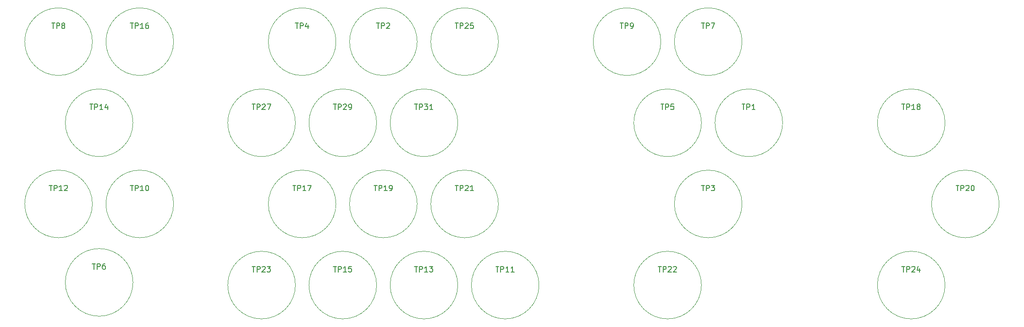
<source format=gbr>
G04 #@! TF.GenerationSoftware,KiCad,Pcbnew,5.1.5+dfsg1-2build2*
G04 #@! TF.CreationDate,2024-05-03T20:30:25+01:00*
G04 #@! TF.ProjectId,touch_kb1,746f7563-685f-46b6-9231-2e6b69636164,rev?*
G04 #@! TF.SameCoordinates,Original*
G04 #@! TF.FileFunction,Legend,Top*
G04 #@! TF.FilePolarity,Positive*
%FSLAX46Y46*%
G04 Gerber Fmt 4.6, Leading zero omitted, Abs format (unit mm)*
G04 Created by KiCad (PCBNEW 5.1.5+dfsg1-2build2) date 2024-05-03 20:30:25*
%MOMM*%
%LPD*%
G04 APERTURE LIST*
%ADD10C,0.120000*%
%ADD11C,0.150000*%
G04 APERTURE END LIST*
D10*
X222650000Y-107700000D02*
G75*
G03X222650000Y-107700000I-6250000J0D01*
G01*
X132650000Y-77700000D02*
G75*
G03X132650000Y-77700000I-6250000J0D01*
G01*
X117650000Y-77700000D02*
G75*
G03X117650000Y-77700000I-6250000J0D01*
G01*
X102650000Y-77700000D02*
G75*
G03X102650000Y-77700000I-6250000J0D01*
G01*
X140150000Y-62700000D02*
G75*
G03X140150000Y-62700000I-6250000J0D01*
G01*
X102650000Y-107700000D02*
G75*
G03X102650000Y-107700000I-6250000J0D01*
G01*
X177650000Y-107700000D02*
G75*
G03X177650000Y-107700000I-6250000J0D01*
G01*
X140150000Y-92700000D02*
G75*
G03X140150000Y-92700000I-6250000J0D01*
G01*
X232650000Y-92700000D02*
G75*
G03X232650000Y-92700000I-6250000J0D01*
G01*
X125150000Y-92700000D02*
G75*
G03X125150000Y-92700000I-6250000J0D01*
G01*
X222650000Y-77700000D02*
G75*
G03X222650000Y-77700000I-6250000J0D01*
G01*
X110150000Y-92700000D02*
G75*
G03X110150000Y-92700000I-6250000J0D01*
G01*
X80150000Y-62700000D02*
G75*
G03X80150000Y-62700000I-6250000J0D01*
G01*
X117650000Y-107700000D02*
G75*
G03X117650000Y-107700000I-6250000J0D01*
G01*
X72650000Y-77700000D02*
G75*
G03X72650000Y-77700000I-6250000J0D01*
G01*
X132650000Y-107700000D02*
G75*
G03X132650000Y-107700000I-6250000J0D01*
G01*
X65150000Y-92700000D02*
G75*
G03X65150000Y-92700000I-6250000J0D01*
G01*
X147650000Y-107700000D02*
G75*
G03X147650000Y-107700000I-6250000J0D01*
G01*
X80150000Y-92700000D02*
G75*
G03X80150000Y-92700000I-6250000J0D01*
G01*
X170150000Y-62700000D02*
G75*
G03X170150000Y-62700000I-6250000J0D01*
G01*
X65150000Y-62700000D02*
G75*
G03X65150000Y-62700000I-6250000J0D01*
G01*
X185150000Y-62700000D02*
G75*
G03X185150000Y-62700000I-6250000J0D01*
G01*
X72650000Y-107200000D02*
G75*
G03X72650000Y-107200000I-6250000J0D01*
G01*
X177650000Y-77700000D02*
G75*
G03X177650000Y-77700000I-6250000J0D01*
G01*
X110150000Y-62700000D02*
G75*
G03X110150000Y-62700000I-6250000J0D01*
G01*
X185150000Y-92700000D02*
G75*
G03X185150000Y-92700000I-6250000J0D01*
G01*
X125150000Y-62700000D02*
G75*
G03X125150000Y-62700000I-6250000J0D01*
G01*
X192650000Y-77700000D02*
G75*
G03X192650000Y-77700000I-6250000J0D01*
G01*
D11*
X214661904Y-104254380D02*
X215233333Y-104254380D01*
X214947619Y-105254380D02*
X214947619Y-104254380D01*
X215566666Y-105254380D02*
X215566666Y-104254380D01*
X215947619Y-104254380D01*
X216042857Y-104302000D01*
X216090476Y-104349619D01*
X216138095Y-104444857D01*
X216138095Y-104587714D01*
X216090476Y-104682952D01*
X216042857Y-104730571D01*
X215947619Y-104778190D01*
X215566666Y-104778190D01*
X216519047Y-104349619D02*
X216566666Y-104302000D01*
X216661904Y-104254380D01*
X216900000Y-104254380D01*
X216995238Y-104302000D01*
X217042857Y-104349619D01*
X217090476Y-104444857D01*
X217090476Y-104540095D01*
X217042857Y-104682952D01*
X216471428Y-105254380D01*
X217090476Y-105254380D01*
X217947619Y-104587714D02*
X217947619Y-105254380D01*
X217709523Y-104206761D02*
X217471428Y-104921047D01*
X218090476Y-104921047D01*
X124661904Y-74254380D02*
X125233333Y-74254380D01*
X124947619Y-75254380D02*
X124947619Y-74254380D01*
X125566666Y-75254380D02*
X125566666Y-74254380D01*
X125947619Y-74254380D01*
X126042857Y-74302000D01*
X126090476Y-74349619D01*
X126138095Y-74444857D01*
X126138095Y-74587714D01*
X126090476Y-74682952D01*
X126042857Y-74730571D01*
X125947619Y-74778190D01*
X125566666Y-74778190D01*
X126471428Y-74254380D02*
X127090476Y-74254380D01*
X126757142Y-74635333D01*
X126900000Y-74635333D01*
X126995238Y-74682952D01*
X127042857Y-74730571D01*
X127090476Y-74825809D01*
X127090476Y-75063904D01*
X127042857Y-75159142D01*
X126995238Y-75206761D01*
X126900000Y-75254380D01*
X126614285Y-75254380D01*
X126519047Y-75206761D01*
X126471428Y-75159142D01*
X128042857Y-75254380D02*
X127471428Y-75254380D01*
X127757142Y-75254380D02*
X127757142Y-74254380D01*
X127661904Y-74397238D01*
X127566666Y-74492476D01*
X127471428Y-74540095D01*
X109661904Y-74254380D02*
X110233333Y-74254380D01*
X109947619Y-75254380D02*
X109947619Y-74254380D01*
X110566666Y-75254380D02*
X110566666Y-74254380D01*
X110947619Y-74254380D01*
X111042857Y-74302000D01*
X111090476Y-74349619D01*
X111138095Y-74444857D01*
X111138095Y-74587714D01*
X111090476Y-74682952D01*
X111042857Y-74730571D01*
X110947619Y-74778190D01*
X110566666Y-74778190D01*
X111519047Y-74349619D02*
X111566666Y-74302000D01*
X111661904Y-74254380D01*
X111900000Y-74254380D01*
X111995238Y-74302000D01*
X112042857Y-74349619D01*
X112090476Y-74444857D01*
X112090476Y-74540095D01*
X112042857Y-74682952D01*
X111471428Y-75254380D01*
X112090476Y-75254380D01*
X112566666Y-75254380D02*
X112757142Y-75254380D01*
X112852380Y-75206761D01*
X112900000Y-75159142D01*
X112995238Y-75016285D01*
X113042857Y-74825809D01*
X113042857Y-74444857D01*
X112995238Y-74349619D01*
X112947619Y-74302000D01*
X112852380Y-74254380D01*
X112661904Y-74254380D01*
X112566666Y-74302000D01*
X112519047Y-74349619D01*
X112471428Y-74444857D01*
X112471428Y-74682952D01*
X112519047Y-74778190D01*
X112566666Y-74825809D01*
X112661904Y-74873428D01*
X112852380Y-74873428D01*
X112947619Y-74825809D01*
X112995238Y-74778190D01*
X113042857Y-74682952D01*
X94661904Y-74254380D02*
X95233333Y-74254380D01*
X94947619Y-75254380D02*
X94947619Y-74254380D01*
X95566666Y-75254380D02*
X95566666Y-74254380D01*
X95947619Y-74254380D01*
X96042857Y-74302000D01*
X96090476Y-74349619D01*
X96138095Y-74444857D01*
X96138095Y-74587714D01*
X96090476Y-74682952D01*
X96042857Y-74730571D01*
X95947619Y-74778190D01*
X95566666Y-74778190D01*
X96519047Y-74349619D02*
X96566666Y-74302000D01*
X96661904Y-74254380D01*
X96900000Y-74254380D01*
X96995238Y-74302000D01*
X97042857Y-74349619D01*
X97090476Y-74444857D01*
X97090476Y-74540095D01*
X97042857Y-74682952D01*
X96471428Y-75254380D01*
X97090476Y-75254380D01*
X97423809Y-74254380D02*
X98090476Y-74254380D01*
X97661904Y-75254380D01*
X132161904Y-59254380D02*
X132733333Y-59254380D01*
X132447619Y-60254380D02*
X132447619Y-59254380D01*
X133066666Y-60254380D02*
X133066666Y-59254380D01*
X133447619Y-59254380D01*
X133542857Y-59302000D01*
X133590476Y-59349619D01*
X133638095Y-59444857D01*
X133638095Y-59587714D01*
X133590476Y-59682952D01*
X133542857Y-59730571D01*
X133447619Y-59778190D01*
X133066666Y-59778190D01*
X134019047Y-59349619D02*
X134066666Y-59302000D01*
X134161904Y-59254380D01*
X134400000Y-59254380D01*
X134495238Y-59302000D01*
X134542857Y-59349619D01*
X134590476Y-59444857D01*
X134590476Y-59540095D01*
X134542857Y-59682952D01*
X133971428Y-60254380D01*
X134590476Y-60254380D01*
X135495238Y-59254380D02*
X135019047Y-59254380D01*
X134971428Y-59730571D01*
X135019047Y-59682952D01*
X135114285Y-59635333D01*
X135352380Y-59635333D01*
X135447619Y-59682952D01*
X135495238Y-59730571D01*
X135542857Y-59825809D01*
X135542857Y-60063904D01*
X135495238Y-60159142D01*
X135447619Y-60206761D01*
X135352380Y-60254380D01*
X135114285Y-60254380D01*
X135019047Y-60206761D01*
X134971428Y-60159142D01*
X94661904Y-104254380D02*
X95233333Y-104254380D01*
X94947619Y-105254380D02*
X94947619Y-104254380D01*
X95566666Y-105254380D02*
X95566666Y-104254380D01*
X95947619Y-104254380D01*
X96042857Y-104302000D01*
X96090476Y-104349619D01*
X96138095Y-104444857D01*
X96138095Y-104587714D01*
X96090476Y-104682952D01*
X96042857Y-104730571D01*
X95947619Y-104778190D01*
X95566666Y-104778190D01*
X96519047Y-104349619D02*
X96566666Y-104302000D01*
X96661904Y-104254380D01*
X96900000Y-104254380D01*
X96995238Y-104302000D01*
X97042857Y-104349619D01*
X97090476Y-104444857D01*
X97090476Y-104540095D01*
X97042857Y-104682952D01*
X96471428Y-105254380D01*
X97090476Y-105254380D01*
X97423809Y-104254380D02*
X98042857Y-104254380D01*
X97709523Y-104635333D01*
X97852380Y-104635333D01*
X97947619Y-104682952D01*
X97995238Y-104730571D01*
X98042857Y-104825809D01*
X98042857Y-105063904D01*
X97995238Y-105159142D01*
X97947619Y-105206761D01*
X97852380Y-105254380D01*
X97566666Y-105254380D01*
X97471428Y-105206761D01*
X97423809Y-105159142D01*
X169661904Y-104254380D02*
X170233333Y-104254380D01*
X169947619Y-105254380D02*
X169947619Y-104254380D01*
X170566666Y-105254380D02*
X170566666Y-104254380D01*
X170947619Y-104254380D01*
X171042857Y-104302000D01*
X171090476Y-104349619D01*
X171138095Y-104444857D01*
X171138095Y-104587714D01*
X171090476Y-104682952D01*
X171042857Y-104730571D01*
X170947619Y-104778190D01*
X170566666Y-104778190D01*
X171519047Y-104349619D02*
X171566666Y-104302000D01*
X171661904Y-104254380D01*
X171900000Y-104254380D01*
X171995238Y-104302000D01*
X172042857Y-104349619D01*
X172090476Y-104444857D01*
X172090476Y-104540095D01*
X172042857Y-104682952D01*
X171471428Y-105254380D01*
X172090476Y-105254380D01*
X172471428Y-104349619D02*
X172519047Y-104302000D01*
X172614285Y-104254380D01*
X172852380Y-104254380D01*
X172947619Y-104302000D01*
X172995238Y-104349619D01*
X173042857Y-104444857D01*
X173042857Y-104540095D01*
X172995238Y-104682952D01*
X172423809Y-105254380D01*
X173042857Y-105254380D01*
X132161904Y-89254380D02*
X132733333Y-89254380D01*
X132447619Y-90254380D02*
X132447619Y-89254380D01*
X133066666Y-90254380D02*
X133066666Y-89254380D01*
X133447619Y-89254380D01*
X133542857Y-89302000D01*
X133590476Y-89349619D01*
X133638095Y-89444857D01*
X133638095Y-89587714D01*
X133590476Y-89682952D01*
X133542857Y-89730571D01*
X133447619Y-89778190D01*
X133066666Y-89778190D01*
X134019047Y-89349619D02*
X134066666Y-89302000D01*
X134161904Y-89254380D01*
X134400000Y-89254380D01*
X134495238Y-89302000D01*
X134542857Y-89349619D01*
X134590476Y-89444857D01*
X134590476Y-89540095D01*
X134542857Y-89682952D01*
X133971428Y-90254380D01*
X134590476Y-90254380D01*
X135542857Y-90254380D02*
X134971428Y-90254380D01*
X135257142Y-90254380D02*
X135257142Y-89254380D01*
X135161904Y-89397238D01*
X135066666Y-89492476D01*
X134971428Y-89540095D01*
X224661904Y-89254380D02*
X225233333Y-89254380D01*
X224947619Y-90254380D02*
X224947619Y-89254380D01*
X225566666Y-90254380D02*
X225566666Y-89254380D01*
X225947619Y-89254380D01*
X226042857Y-89302000D01*
X226090476Y-89349619D01*
X226138095Y-89444857D01*
X226138095Y-89587714D01*
X226090476Y-89682952D01*
X226042857Y-89730571D01*
X225947619Y-89778190D01*
X225566666Y-89778190D01*
X226519047Y-89349619D02*
X226566666Y-89302000D01*
X226661904Y-89254380D01*
X226900000Y-89254380D01*
X226995238Y-89302000D01*
X227042857Y-89349619D01*
X227090476Y-89444857D01*
X227090476Y-89540095D01*
X227042857Y-89682952D01*
X226471428Y-90254380D01*
X227090476Y-90254380D01*
X227709523Y-89254380D02*
X227804761Y-89254380D01*
X227900000Y-89302000D01*
X227947619Y-89349619D01*
X227995238Y-89444857D01*
X228042857Y-89635333D01*
X228042857Y-89873428D01*
X227995238Y-90063904D01*
X227947619Y-90159142D01*
X227900000Y-90206761D01*
X227804761Y-90254380D01*
X227709523Y-90254380D01*
X227614285Y-90206761D01*
X227566666Y-90159142D01*
X227519047Y-90063904D01*
X227471428Y-89873428D01*
X227471428Y-89635333D01*
X227519047Y-89444857D01*
X227566666Y-89349619D01*
X227614285Y-89302000D01*
X227709523Y-89254380D01*
X117161904Y-89254380D02*
X117733333Y-89254380D01*
X117447619Y-90254380D02*
X117447619Y-89254380D01*
X118066666Y-90254380D02*
X118066666Y-89254380D01*
X118447619Y-89254380D01*
X118542857Y-89302000D01*
X118590476Y-89349619D01*
X118638095Y-89444857D01*
X118638095Y-89587714D01*
X118590476Y-89682952D01*
X118542857Y-89730571D01*
X118447619Y-89778190D01*
X118066666Y-89778190D01*
X119590476Y-90254380D02*
X119019047Y-90254380D01*
X119304761Y-90254380D02*
X119304761Y-89254380D01*
X119209523Y-89397238D01*
X119114285Y-89492476D01*
X119019047Y-89540095D01*
X120066666Y-90254380D02*
X120257142Y-90254380D01*
X120352380Y-90206761D01*
X120400000Y-90159142D01*
X120495238Y-90016285D01*
X120542857Y-89825809D01*
X120542857Y-89444857D01*
X120495238Y-89349619D01*
X120447619Y-89302000D01*
X120352380Y-89254380D01*
X120161904Y-89254380D01*
X120066666Y-89302000D01*
X120019047Y-89349619D01*
X119971428Y-89444857D01*
X119971428Y-89682952D01*
X120019047Y-89778190D01*
X120066666Y-89825809D01*
X120161904Y-89873428D01*
X120352380Y-89873428D01*
X120447619Y-89825809D01*
X120495238Y-89778190D01*
X120542857Y-89682952D01*
X214661904Y-74254380D02*
X215233333Y-74254380D01*
X214947619Y-75254380D02*
X214947619Y-74254380D01*
X215566666Y-75254380D02*
X215566666Y-74254380D01*
X215947619Y-74254380D01*
X216042857Y-74302000D01*
X216090476Y-74349619D01*
X216138095Y-74444857D01*
X216138095Y-74587714D01*
X216090476Y-74682952D01*
X216042857Y-74730571D01*
X215947619Y-74778190D01*
X215566666Y-74778190D01*
X217090476Y-75254380D02*
X216519047Y-75254380D01*
X216804761Y-75254380D02*
X216804761Y-74254380D01*
X216709523Y-74397238D01*
X216614285Y-74492476D01*
X216519047Y-74540095D01*
X217661904Y-74682952D02*
X217566666Y-74635333D01*
X217519047Y-74587714D01*
X217471428Y-74492476D01*
X217471428Y-74444857D01*
X217519047Y-74349619D01*
X217566666Y-74302000D01*
X217661904Y-74254380D01*
X217852380Y-74254380D01*
X217947619Y-74302000D01*
X217995238Y-74349619D01*
X218042857Y-74444857D01*
X218042857Y-74492476D01*
X217995238Y-74587714D01*
X217947619Y-74635333D01*
X217852380Y-74682952D01*
X217661904Y-74682952D01*
X217566666Y-74730571D01*
X217519047Y-74778190D01*
X217471428Y-74873428D01*
X217471428Y-75063904D01*
X217519047Y-75159142D01*
X217566666Y-75206761D01*
X217661904Y-75254380D01*
X217852380Y-75254380D01*
X217947619Y-75206761D01*
X217995238Y-75159142D01*
X218042857Y-75063904D01*
X218042857Y-74873428D01*
X217995238Y-74778190D01*
X217947619Y-74730571D01*
X217852380Y-74682952D01*
X102161904Y-89254380D02*
X102733333Y-89254380D01*
X102447619Y-90254380D02*
X102447619Y-89254380D01*
X103066666Y-90254380D02*
X103066666Y-89254380D01*
X103447619Y-89254380D01*
X103542857Y-89302000D01*
X103590476Y-89349619D01*
X103638095Y-89444857D01*
X103638095Y-89587714D01*
X103590476Y-89682952D01*
X103542857Y-89730571D01*
X103447619Y-89778190D01*
X103066666Y-89778190D01*
X104590476Y-90254380D02*
X104019047Y-90254380D01*
X104304761Y-90254380D02*
X104304761Y-89254380D01*
X104209523Y-89397238D01*
X104114285Y-89492476D01*
X104019047Y-89540095D01*
X104923809Y-89254380D02*
X105590476Y-89254380D01*
X105161904Y-90254380D01*
X72161904Y-59254380D02*
X72733333Y-59254380D01*
X72447619Y-60254380D02*
X72447619Y-59254380D01*
X73066666Y-60254380D02*
X73066666Y-59254380D01*
X73447619Y-59254380D01*
X73542857Y-59302000D01*
X73590476Y-59349619D01*
X73638095Y-59444857D01*
X73638095Y-59587714D01*
X73590476Y-59682952D01*
X73542857Y-59730571D01*
X73447619Y-59778190D01*
X73066666Y-59778190D01*
X74590476Y-60254380D02*
X74019047Y-60254380D01*
X74304761Y-60254380D02*
X74304761Y-59254380D01*
X74209523Y-59397238D01*
X74114285Y-59492476D01*
X74019047Y-59540095D01*
X75447619Y-59254380D02*
X75257142Y-59254380D01*
X75161904Y-59302000D01*
X75114285Y-59349619D01*
X75019047Y-59492476D01*
X74971428Y-59682952D01*
X74971428Y-60063904D01*
X75019047Y-60159142D01*
X75066666Y-60206761D01*
X75161904Y-60254380D01*
X75352380Y-60254380D01*
X75447619Y-60206761D01*
X75495238Y-60159142D01*
X75542857Y-60063904D01*
X75542857Y-59825809D01*
X75495238Y-59730571D01*
X75447619Y-59682952D01*
X75352380Y-59635333D01*
X75161904Y-59635333D01*
X75066666Y-59682952D01*
X75019047Y-59730571D01*
X74971428Y-59825809D01*
X109661904Y-104254380D02*
X110233333Y-104254380D01*
X109947619Y-105254380D02*
X109947619Y-104254380D01*
X110566666Y-105254380D02*
X110566666Y-104254380D01*
X110947619Y-104254380D01*
X111042857Y-104302000D01*
X111090476Y-104349619D01*
X111138095Y-104444857D01*
X111138095Y-104587714D01*
X111090476Y-104682952D01*
X111042857Y-104730571D01*
X110947619Y-104778190D01*
X110566666Y-104778190D01*
X112090476Y-105254380D02*
X111519047Y-105254380D01*
X111804761Y-105254380D02*
X111804761Y-104254380D01*
X111709523Y-104397238D01*
X111614285Y-104492476D01*
X111519047Y-104540095D01*
X112995238Y-104254380D02*
X112519047Y-104254380D01*
X112471428Y-104730571D01*
X112519047Y-104682952D01*
X112614285Y-104635333D01*
X112852380Y-104635333D01*
X112947619Y-104682952D01*
X112995238Y-104730571D01*
X113042857Y-104825809D01*
X113042857Y-105063904D01*
X112995238Y-105159142D01*
X112947619Y-105206761D01*
X112852380Y-105254380D01*
X112614285Y-105254380D01*
X112519047Y-105206761D01*
X112471428Y-105159142D01*
X64661904Y-74254380D02*
X65233333Y-74254380D01*
X64947619Y-75254380D02*
X64947619Y-74254380D01*
X65566666Y-75254380D02*
X65566666Y-74254380D01*
X65947619Y-74254380D01*
X66042857Y-74302000D01*
X66090476Y-74349619D01*
X66138095Y-74444857D01*
X66138095Y-74587714D01*
X66090476Y-74682952D01*
X66042857Y-74730571D01*
X65947619Y-74778190D01*
X65566666Y-74778190D01*
X67090476Y-75254380D02*
X66519047Y-75254380D01*
X66804761Y-75254380D02*
X66804761Y-74254380D01*
X66709523Y-74397238D01*
X66614285Y-74492476D01*
X66519047Y-74540095D01*
X67947619Y-74587714D02*
X67947619Y-75254380D01*
X67709523Y-74206761D02*
X67471428Y-74921047D01*
X68090476Y-74921047D01*
X124661904Y-104254380D02*
X125233333Y-104254380D01*
X124947619Y-105254380D02*
X124947619Y-104254380D01*
X125566666Y-105254380D02*
X125566666Y-104254380D01*
X125947619Y-104254380D01*
X126042857Y-104302000D01*
X126090476Y-104349619D01*
X126138095Y-104444857D01*
X126138095Y-104587714D01*
X126090476Y-104682952D01*
X126042857Y-104730571D01*
X125947619Y-104778190D01*
X125566666Y-104778190D01*
X127090476Y-105254380D02*
X126519047Y-105254380D01*
X126804761Y-105254380D02*
X126804761Y-104254380D01*
X126709523Y-104397238D01*
X126614285Y-104492476D01*
X126519047Y-104540095D01*
X127423809Y-104254380D02*
X128042857Y-104254380D01*
X127709523Y-104635333D01*
X127852380Y-104635333D01*
X127947619Y-104682952D01*
X127995238Y-104730571D01*
X128042857Y-104825809D01*
X128042857Y-105063904D01*
X127995238Y-105159142D01*
X127947619Y-105206761D01*
X127852380Y-105254380D01*
X127566666Y-105254380D01*
X127471428Y-105206761D01*
X127423809Y-105159142D01*
X57161904Y-89254380D02*
X57733333Y-89254380D01*
X57447619Y-90254380D02*
X57447619Y-89254380D01*
X58066666Y-90254380D02*
X58066666Y-89254380D01*
X58447619Y-89254380D01*
X58542857Y-89302000D01*
X58590476Y-89349619D01*
X58638095Y-89444857D01*
X58638095Y-89587714D01*
X58590476Y-89682952D01*
X58542857Y-89730571D01*
X58447619Y-89778190D01*
X58066666Y-89778190D01*
X59590476Y-90254380D02*
X59019047Y-90254380D01*
X59304761Y-90254380D02*
X59304761Y-89254380D01*
X59209523Y-89397238D01*
X59114285Y-89492476D01*
X59019047Y-89540095D01*
X59971428Y-89349619D02*
X60019047Y-89302000D01*
X60114285Y-89254380D01*
X60352380Y-89254380D01*
X60447619Y-89302000D01*
X60495238Y-89349619D01*
X60542857Y-89444857D01*
X60542857Y-89540095D01*
X60495238Y-89682952D01*
X59923809Y-90254380D01*
X60542857Y-90254380D01*
X139661904Y-104254380D02*
X140233333Y-104254380D01*
X139947619Y-105254380D02*
X139947619Y-104254380D01*
X140566666Y-105254380D02*
X140566666Y-104254380D01*
X140947619Y-104254380D01*
X141042857Y-104302000D01*
X141090476Y-104349619D01*
X141138095Y-104444857D01*
X141138095Y-104587714D01*
X141090476Y-104682952D01*
X141042857Y-104730571D01*
X140947619Y-104778190D01*
X140566666Y-104778190D01*
X142090476Y-105254380D02*
X141519047Y-105254380D01*
X141804761Y-105254380D02*
X141804761Y-104254380D01*
X141709523Y-104397238D01*
X141614285Y-104492476D01*
X141519047Y-104540095D01*
X143042857Y-105254380D02*
X142471428Y-105254380D01*
X142757142Y-105254380D02*
X142757142Y-104254380D01*
X142661904Y-104397238D01*
X142566666Y-104492476D01*
X142471428Y-104540095D01*
X72161904Y-89254380D02*
X72733333Y-89254380D01*
X72447619Y-90254380D02*
X72447619Y-89254380D01*
X73066666Y-90254380D02*
X73066666Y-89254380D01*
X73447619Y-89254380D01*
X73542857Y-89302000D01*
X73590476Y-89349619D01*
X73638095Y-89444857D01*
X73638095Y-89587714D01*
X73590476Y-89682952D01*
X73542857Y-89730571D01*
X73447619Y-89778190D01*
X73066666Y-89778190D01*
X74590476Y-90254380D02*
X74019047Y-90254380D01*
X74304761Y-90254380D02*
X74304761Y-89254380D01*
X74209523Y-89397238D01*
X74114285Y-89492476D01*
X74019047Y-89540095D01*
X75209523Y-89254380D02*
X75304761Y-89254380D01*
X75400000Y-89302000D01*
X75447619Y-89349619D01*
X75495238Y-89444857D01*
X75542857Y-89635333D01*
X75542857Y-89873428D01*
X75495238Y-90063904D01*
X75447619Y-90159142D01*
X75400000Y-90206761D01*
X75304761Y-90254380D01*
X75209523Y-90254380D01*
X75114285Y-90206761D01*
X75066666Y-90159142D01*
X75019047Y-90063904D01*
X74971428Y-89873428D01*
X74971428Y-89635333D01*
X75019047Y-89444857D01*
X75066666Y-89349619D01*
X75114285Y-89302000D01*
X75209523Y-89254380D01*
X162638095Y-59254380D02*
X163209523Y-59254380D01*
X162923809Y-60254380D02*
X162923809Y-59254380D01*
X163542857Y-60254380D02*
X163542857Y-59254380D01*
X163923809Y-59254380D01*
X164019047Y-59302000D01*
X164066666Y-59349619D01*
X164114285Y-59444857D01*
X164114285Y-59587714D01*
X164066666Y-59682952D01*
X164019047Y-59730571D01*
X163923809Y-59778190D01*
X163542857Y-59778190D01*
X164590476Y-60254380D02*
X164780952Y-60254380D01*
X164876190Y-60206761D01*
X164923809Y-60159142D01*
X165019047Y-60016285D01*
X165066666Y-59825809D01*
X165066666Y-59444857D01*
X165019047Y-59349619D01*
X164971428Y-59302000D01*
X164876190Y-59254380D01*
X164685714Y-59254380D01*
X164590476Y-59302000D01*
X164542857Y-59349619D01*
X164495238Y-59444857D01*
X164495238Y-59682952D01*
X164542857Y-59778190D01*
X164590476Y-59825809D01*
X164685714Y-59873428D01*
X164876190Y-59873428D01*
X164971428Y-59825809D01*
X165019047Y-59778190D01*
X165066666Y-59682952D01*
X57638095Y-59254380D02*
X58209523Y-59254380D01*
X57923809Y-60254380D02*
X57923809Y-59254380D01*
X58542857Y-60254380D02*
X58542857Y-59254380D01*
X58923809Y-59254380D01*
X59019047Y-59302000D01*
X59066666Y-59349619D01*
X59114285Y-59444857D01*
X59114285Y-59587714D01*
X59066666Y-59682952D01*
X59019047Y-59730571D01*
X58923809Y-59778190D01*
X58542857Y-59778190D01*
X59685714Y-59682952D02*
X59590476Y-59635333D01*
X59542857Y-59587714D01*
X59495238Y-59492476D01*
X59495238Y-59444857D01*
X59542857Y-59349619D01*
X59590476Y-59302000D01*
X59685714Y-59254380D01*
X59876190Y-59254380D01*
X59971428Y-59302000D01*
X60019047Y-59349619D01*
X60066666Y-59444857D01*
X60066666Y-59492476D01*
X60019047Y-59587714D01*
X59971428Y-59635333D01*
X59876190Y-59682952D01*
X59685714Y-59682952D01*
X59590476Y-59730571D01*
X59542857Y-59778190D01*
X59495238Y-59873428D01*
X59495238Y-60063904D01*
X59542857Y-60159142D01*
X59590476Y-60206761D01*
X59685714Y-60254380D01*
X59876190Y-60254380D01*
X59971428Y-60206761D01*
X60019047Y-60159142D01*
X60066666Y-60063904D01*
X60066666Y-59873428D01*
X60019047Y-59778190D01*
X59971428Y-59730571D01*
X59876190Y-59682952D01*
X177638095Y-59254380D02*
X178209523Y-59254380D01*
X177923809Y-60254380D02*
X177923809Y-59254380D01*
X178542857Y-60254380D02*
X178542857Y-59254380D01*
X178923809Y-59254380D01*
X179019047Y-59302000D01*
X179066666Y-59349619D01*
X179114285Y-59444857D01*
X179114285Y-59587714D01*
X179066666Y-59682952D01*
X179019047Y-59730571D01*
X178923809Y-59778190D01*
X178542857Y-59778190D01*
X179447619Y-59254380D02*
X180114285Y-59254380D01*
X179685714Y-60254380D01*
X65138095Y-103754380D02*
X65709523Y-103754380D01*
X65423809Y-104754380D02*
X65423809Y-103754380D01*
X66042857Y-104754380D02*
X66042857Y-103754380D01*
X66423809Y-103754380D01*
X66519047Y-103802000D01*
X66566666Y-103849619D01*
X66614285Y-103944857D01*
X66614285Y-104087714D01*
X66566666Y-104182952D01*
X66519047Y-104230571D01*
X66423809Y-104278190D01*
X66042857Y-104278190D01*
X67471428Y-103754380D02*
X67280952Y-103754380D01*
X67185714Y-103802000D01*
X67138095Y-103849619D01*
X67042857Y-103992476D01*
X66995238Y-104182952D01*
X66995238Y-104563904D01*
X67042857Y-104659142D01*
X67090476Y-104706761D01*
X67185714Y-104754380D01*
X67376190Y-104754380D01*
X67471428Y-104706761D01*
X67519047Y-104659142D01*
X67566666Y-104563904D01*
X67566666Y-104325809D01*
X67519047Y-104230571D01*
X67471428Y-104182952D01*
X67376190Y-104135333D01*
X67185714Y-104135333D01*
X67090476Y-104182952D01*
X67042857Y-104230571D01*
X66995238Y-104325809D01*
X170138095Y-74254380D02*
X170709523Y-74254380D01*
X170423809Y-75254380D02*
X170423809Y-74254380D01*
X171042857Y-75254380D02*
X171042857Y-74254380D01*
X171423809Y-74254380D01*
X171519047Y-74302000D01*
X171566666Y-74349619D01*
X171614285Y-74444857D01*
X171614285Y-74587714D01*
X171566666Y-74682952D01*
X171519047Y-74730571D01*
X171423809Y-74778190D01*
X171042857Y-74778190D01*
X172519047Y-74254380D02*
X172042857Y-74254380D01*
X171995238Y-74730571D01*
X172042857Y-74682952D01*
X172138095Y-74635333D01*
X172376190Y-74635333D01*
X172471428Y-74682952D01*
X172519047Y-74730571D01*
X172566666Y-74825809D01*
X172566666Y-75063904D01*
X172519047Y-75159142D01*
X172471428Y-75206761D01*
X172376190Y-75254380D01*
X172138095Y-75254380D01*
X172042857Y-75206761D01*
X171995238Y-75159142D01*
X102638095Y-59254380D02*
X103209523Y-59254380D01*
X102923809Y-60254380D02*
X102923809Y-59254380D01*
X103542857Y-60254380D02*
X103542857Y-59254380D01*
X103923809Y-59254380D01*
X104019047Y-59302000D01*
X104066666Y-59349619D01*
X104114285Y-59444857D01*
X104114285Y-59587714D01*
X104066666Y-59682952D01*
X104019047Y-59730571D01*
X103923809Y-59778190D01*
X103542857Y-59778190D01*
X104971428Y-59587714D02*
X104971428Y-60254380D01*
X104733333Y-59206761D02*
X104495238Y-59921047D01*
X105114285Y-59921047D01*
X177638095Y-89254380D02*
X178209523Y-89254380D01*
X177923809Y-90254380D02*
X177923809Y-89254380D01*
X178542857Y-90254380D02*
X178542857Y-89254380D01*
X178923809Y-89254380D01*
X179019047Y-89302000D01*
X179066666Y-89349619D01*
X179114285Y-89444857D01*
X179114285Y-89587714D01*
X179066666Y-89682952D01*
X179019047Y-89730571D01*
X178923809Y-89778190D01*
X178542857Y-89778190D01*
X179447619Y-89254380D02*
X180066666Y-89254380D01*
X179733333Y-89635333D01*
X179876190Y-89635333D01*
X179971428Y-89682952D01*
X180019047Y-89730571D01*
X180066666Y-89825809D01*
X180066666Y-90063904D01*
X180019047Y-90159142D01*
X179971428Y-90206761D01*
X179876190Y-90254380D01*
X179590476Y-90254380D01*
X179495238Y-90206761D01*
X179447619Y-90159142D01*
X117638095Y-59254380D02*
X118209523Y-59254380D01*
X117923809Y-60254380D02*
X117923809Y-59254380D01*
X118542857Y-60254380D02*
X118542857Y-59254380D01*
X118923809Y-59254380D01*
X119019047Y-59302000D01*
X119066666Y-59349619D01*
X119114285Y-59444857D01*
X119114285Y-59587714D01*
X119066666Y-59682952D01*
X119019047Y-59730571D01*
X118923809Y-59778190D01*
X118542857Y-59778190D01*
X119495238Y-59349619D02*
X119542857Y-59302000D01*
X119638095Y-59254380D01*
X119876190Y-59254380D01*
X119971428Y-59302000D01*
X120019047Y-59349619D01*
X120066666Y-59444857D01*
X120066666Y-59540095D01*
X120019047Y-59682952D01*
X119447619Y-60254380D01*
X120066666Y-60254380D01*
X185138095Y-74254380D02*
X185709523Y-74254380D01*
X185423809Y-75254380D02*
X185423809Y-74254380D01*
X186042857Y-75254380D02*
X186042857Y-74254380D01*
X186423809Y-74254380D01*
X186519047Y-74302000D01*
X186566666Y-74349619D01*
X186614285Y-74444857D01*
X186614285Y-74587714D01*
X186566666Y-74682952D01*
X186519047Y-74730571D01*
X186423809Y-74778190D01*
X186042857Y-74778190D01*
X187566666Y-75254380D02*
X186995238Y-75254380D01*
X187280952Y-75254380D02*
X187280952Y-74254380D01*
X187185714Y-74397238D01*
X187090476Y-74492476D01*
X186995238Y-74540095D01*
M02*

</source>
